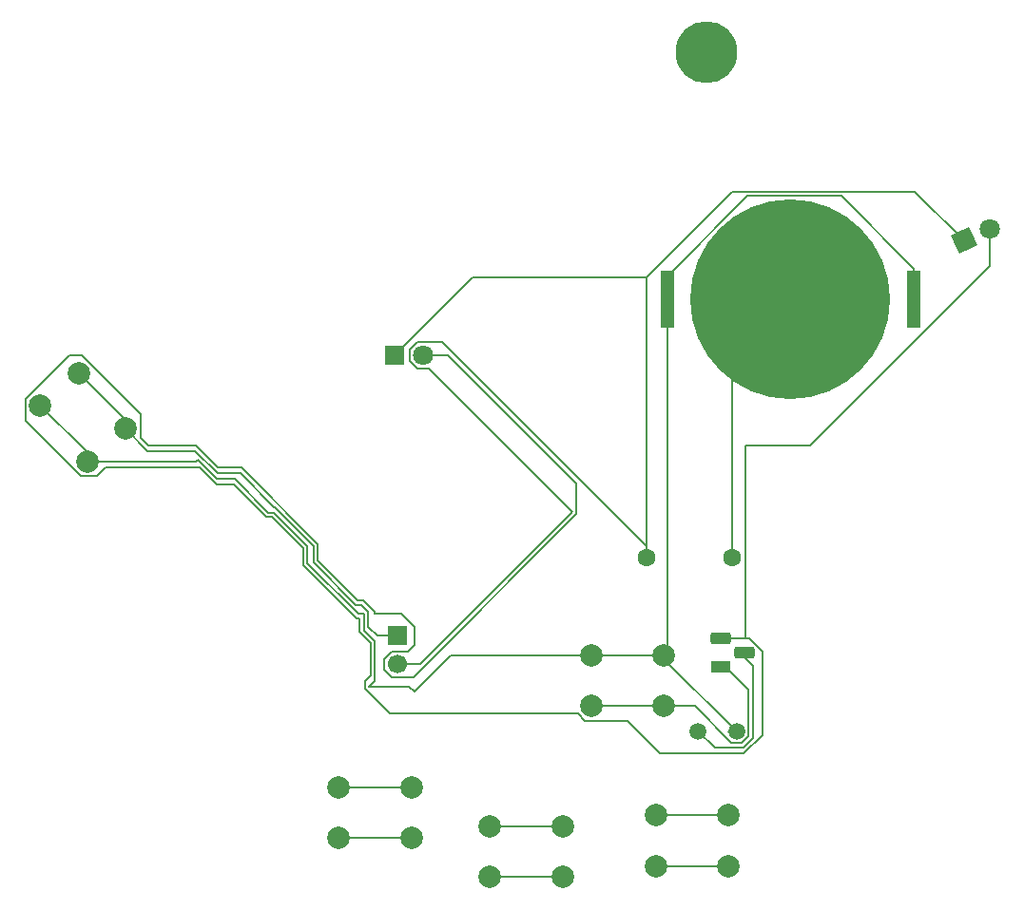
<source format=gbr>
%TF.GenerationSoftware,KiCad,Pcbnew,9.0.2*%
%TF.CreationDate,2025-05-31T16:49:14-04:00*%
%TF.ProjectId,shinx,7368696e-782e-46b6-9963-61645f706362,rev?*%
%TF.SameCoordinates,Original*%
%TF.FileFunction,Copper,L2,Bot*%
%TF.FilePolarity,Positive*%
%FSLAX46Y46*%
G04 Gerber Fmt 4.6, Leading zero omitted, Abs format (unit mm)*
G04 Created by KiCad (PCBNEW 9.0.2) date 2025-05-31 16:49:14*
%MOMM*%
%LPD*%
G01*
G04 APERTURE LIST*
G04 Aperture macros list*
%AMRoundRect*
0 Rectangle with rounded corners*
0 $1 Rounding radius*
0 $2 $3 $4 $5 $6 $7 $8 $9 X,Y pos of 4 corners*
0 Add a 4 corners polygon primitive as box body*
4,1,4,$2,$3,$4,$5,$6,$7,$8,$9,$2,$3,0*
0 Add four circle primitives for the rounded corners*
1,1,$1+$1,$2,$3*
1,1,$1+$1,$4,$5*
1,1,$1+$1,$6,$7*
1,1,$1+$1,$8,$9*
0 Add four rect primitives between the rounded corners*
20,1,$1+$1,$2,$3,$4,$5,0*
20,1,$1+$1,$4,$5,$6,$7,0*
20,1,$1+$1,$6,$7,$8,$9,0*
20,1,$1+$1,$8,$9,$2,$3,0*%
%AMRotRect*
0 Rectangle, with rotation*
0 The origin of the aperture is its center*
0 $1 length*
0 $2 width*
0 $3 Rotation angle, in degrees counterclockwise*
0 Add horizontal line*
21,1,$1,$2,0,0,$3*%
G04 Aperture macros list end*
%TA.AperFunction,ComponentPad*%
%ADD10C,2.000000*%
%TD*%
%TA.AperFunction,ComponentPad*%
%ADD11RotRect,1.800000X1.800000X25.000000*%
%TD*%
%TA.AperFunction,ComponentPad*%
%ADD12C,1.800000*%
%TD*%
%TA.AperFunction,ComponentPad*%
%ADD13R,1.800000X1.800000*%
%TD*%
%TA.AperFunction,ComponentPad*%
%ADD14R,1.800000X1.100000*%
%TD*%
%TA.AperFunction,ComponentPad*%
%ADD15RoundRect,0.275000X0.625000X-0.275000X0.625000X0.275000X-0.625000X0.275000X-0.625000X-0.275000X0*%
%TD*%
%TA.AperFunction,ComponentPad*%
%ADD16C,1.600000*%
%TD*%
%TA.AperFunction,ComponentPad*%
%ADD17R,1.700000X1.700000*%
%TD*%
%TA.AperFunction,ComponentPad*%
%ADD18C,1.700000*%
%TD*%
%TA.AperFunction,SMDPad,CuDef*%
%ADD19R,1.270000X5.080000*%
%TD*%
%TA.AperFunction,SMDPad,CuDef*%
%ADD20C,17.800000*%
%TD*%
%TA.AperFunction,ComponentPad*%
%ADD21C,1.500000*%
%TD*%
%TA.AperFunction,ViaPad*%
%ADD22C,5.500000*%
%TD*%
%TA.AperFunction,Conductor*%
%ADD23C,0.200000*%
%TD*%
G04 APERTURE END LIST*
D10*
%TO.P,SW1,1,1*%
%TO.N,Net-(BT1-+)*%
X157750000Y-112250000D03*
X164250000Y-112250000D03*
%TO.P,SW1,2,2*%
%TO.N,Net-(Q1-C)*%
X157750000Y-116750000D03*
X164250000Y-116750000D03*
%TD*%
D11*
%TO.P,D2,1,K*%
%TO.N,Net-(D1-K)*%
X190960000Y-75270000D03*
D12*
%TO.P,D2,2,A*%
%TO.N,Net-(D1-A)*%
X193262023Y-74196550D03*
%TD*%
D13*
%TO.P,D1,1,K*%
%TO.N,Net-(D1-K)*%
X140225000Y-85500000D03*
D12*
%TO.P,D1,2,A*%
%TO.N,Net-(D1-A)*%
X142765000Y-85500000D03*
%TD*%
D10*
%TO.P,SW2,1,1*%
%TO.N,Net-(BT1-+)*%
X108687340Y-89956628D03*
X112865459Y-94935917D03*
%TO.P,SW2,2,2*%
%TO.N,Net-(M1-+)*%
X112134540Y-87064084D03*
X116312660Y-92043373D03*
%TD*%
D14*
%TO.P,Q1,1,C*%
%TO.N,Net-(Q1-C)*%
X169330000Y-113270000D03*
D15*
%TO.P,Q1,2,B*%
%TO.N,Net-(Q1-B)*%
X171400000Y-112000000D03*
%TO.P,Q1,3,E*%
%TO.N,Net-(D1-A)*%
X169330000Y-110730000D03*
%TD*%
D10*
%TO.P,SW3,1,1*%
%TO.N,unconnected-(SW3-Pad1)*%
X141750000Y-124000000D03*
X135250000Y-124000000D03*
%TO.P,SW3,2,2*%
%TO.N,unconnected-(SW3-Pad2)*%
X141750000Y-128500000D03*
X135250000Y-128500000D03*
%TD*%
%TO.P,SW4,1,1*%
%TO.N,unconnected-(SW4-Pad1)*%
X155250000Y-127500000D03*
X148750000Y-127500000D03*
%TO.P,SW4,2,2*%
%TO.N,unconnected-(SW4-Pad2)*%
X155250000Y-132000000D03*
X148750000Y-132000000D03*
%TD*%
%TO.P,SW5,1,1*%
%TO.N,unconnected-(SW5-Pad1)*%
X170000000Y-126500000D03*
X163500000Y-126500000D03*
%TO.P,SW5,2,2*%
%TO.N,unconnected-(SW5-Pad2)*%
X170000000Y-131000000D03*
X163500000Y-131000000D03*
%TD*%
D16*
%TO.P,R1,1*%
%TO.N,Net-(BT1--)*%
X170310000Y-103500000D03*
%TO.P,R1,2*%
%TO.N,Net-(D1-K)*%
X162690000Y-103500000D03*
%TD*%
D17*
%TO.P,M1,1,+*%
%TO.N,Net-(M1-+)*%
X140500000Y-110500000D03*
D18*
%TO.P,M1,2,-*%
%TO.N,Net-(D1-K)*%
X140500000Y-113040000D03*
%TD*%
D19*
%TO.P,BT1,1,+*%
%TO.N,Net-(BT1-+)*%
X186485000Y-80500000D03*
X164515000Y-80500000D03*
D20*
%TO.P,BT1,2,-*%
%TO.N,Net-(BT1--)*%
X175500000Y-80500000D03*
%TD*%
D21*
%TO.P,R3,1*%
%TO.N,Net-(BT1-+)*%
X170700000Y-119000000D03*
%TO.P,R3,2*%
%TO.N,Net-(Q1-B)*%
X167300000Y-119000000D03*
%TD*%
D22*
%TO.N,*%
X168000000Y-58500000D03*
%TD*%
D23*
%TO.N,Net-(BT1-+)*%
X129500000Y-99500000D02*
X132500000Y-102500000D01*
X138500000Y-111000000D02*
X138500000Y-114500000D01*
X138000000Y-115000000D02*
X141500000Y-115000000D01*
X137500000Y-110000000D02*
X138500000Y-111000000D01*
X137000000Y-108500000D02*
X137500000Y-108500000D01*
X164250000Y-112550000D02*
X170700000Y-119000000D01*
X164515000Y-80500000D02*
X164515000Y-111985000D01*
X138500000Y-114500000D02*
X138000000Y-115000000D01*
X124432900Y-96500000D02*
X126000000Y-96500000D01*
X164515000Y-78472821D02*
X171688821Y-71299000D01*
X171688821Y-71299000D02*
X180024000Y-71299000D01*
X108687340Y-89956628D02*
X112865459Y-94134747D01*
X112865459Y-94134747D02*
X112865459Y-94935917D01*
X132500000Y-104000000D02*
X137000000Y-108500000D01*
X122564083Y-94935917D02*
X122716450Y-94783550D01*
X186485000Y-77760000D02*
X186485000Y-80500000D01*
X157750000Y-112250000D02*
X164250000Y-112250000D01*
X164515000Y-111985000D02*
X164250000Y-112250000D01*
X126000000Y-96500000D02*
X129000000Y-99500000D01*
X180024000Y-71299000D02*
X186485000Y-77760000D01*
X129000000Y-99500000D02*
X129500000Y-99500000D01*
X137500000Y-108500000D02*
X137500000Y-110000000D01*
X132500000Y-102500000D02*
X132500000Y-104000000D01*
X145250000Y-112250000D02*
X157750000Y-112250000D01*
X141500000Y-115000000D02*
X142000000Y-115500000D01*
X170000000Y-119000000D02*
X170700000Y-119000000D01*
X122716450Y-94783550D02*
X124432900Y-96500000D01*
X164515000Y-80500000D02*
X164515000Y-78472821D01*
X164250000Y-112250000D02*
X164250000Y-112550000D01*
X112865459Y-94935917D02*
X122564083Y-94935917D01*
X142000000Y-115500000D02*
X145250000Y-112250000D01*
%TO.N,Net-(D1-K)*%
X141564000Y-85997471D02*
X141564000Y-85002529D01*
X142267529Y-84299000D02*
X144489000Y-84299000D01*
X162690000Y-78548000D02*
X162690000Y-103500000D01*
X142267529Y-86701000D02*
X141564000Y-85997471D01*
X186588000Y-70898000D02*
X170340000Y-70898000D01*
X147177000Y-78548000D02*
X140225000Y-85500000D01*
X170340000Y-70898000D02*
X162690000Y-78548000D01*
X141564000Y-85002529D02*
X142267529Y-84299000D01*
X162690000Y-78548000D02*
X147177000Y-78548000D01*
X162690000Y-102500000D02*
X162690000Y-103500000D01*
X144489000Y-84299000D02*
X162690000Y-102500000D01*
X190960000Y-75270000D02*
X186588000Y-70898000D01*
X142494529Y-113040000D02*
X156048000Y-99486529D01*
X143262471Y-86701000D02*
X142267529Y-86701000D01*
X156048000Y-99486529D02*
X143262471Y-86701000D01*
X140500000Y-113040000D02*
X142494529Y-113040000D01*
%TO.N,Net-(D1-A)*%
X156449000Y-99652629D02*
X141910629Y-114191000D01*
X133434550Y-102300350D02*
X126600650Y-95466450D01*
X171852206Y-110730000D02*
X173000000Y-111877794D01*
X122865800Y-95500000D02*
X124399350Y-97033550D01*
X122567100Y-93500000D02*
X118336387Y-93500000D01*
X138099000Y-111166100D02*
X138099000Y-114000000D01*
X137599000Y-114500000D02*
X137599000Y-115166100D01*
X173000000Y-111877794D02*
X173000000Y-119320539D01*
X124399350Y-97033550D02*
X125966450Y-97033550D01*
X137099000Y-108901000D02*
X137099000Y-110166100D01*
X139852846Y-117419946D02*
X156580054Y-117419946D01*
X142000000Y-109698000D02*
X140802000Y-108500000D01*
X140023240Y-111889000D02*
X141413000Y-111889000D01*
X171320539Y-121000000D02*
X163912923Y-121000000D01*
X114500000Y-95500000D02*
X122865800Y-95500000D01*
X132099000Y-102666100D02*
X132099000Y-104166100D01*
X124533550Y-95466450D02*
X122567100Y-93500000D01*
X156449000Y-96949000D02*
X156449000Y-99652629D01*
X145000000Y-85500000D02*
X156449000Y-96949000D01*
X112326567Y-96236917D02*
X113763083Y-96236917D01*
X137449650Y-107315450D02*
X136949650Y-107315450D01*
X140023240Y-114191000D02*
X139349000Y-113516760D01*
X136833900Y-108901000D02*
X137099000Y-108901000D01*
X160963923Y-118051000D02*
X157211108Y-118051000D01*
X107386340Y-91296690D02*
X112326567Y-96236917D01*
X173000000Y-119320539D02*
X171320539Y-121000000D01*
X169730000Y-110730000D02*
X171500000Y-110730000D01*
X107386340Y-89417736D02*
X107386340Y-91296690D01*
X137099000Y-110166100D02*
X138099000Y-111166100D01*
X129333900Y-99901000D02*
X132099000Y-102666100D01*
X138500000Y-108365800D02*
X137449650Y-107315450D01*
X138099000Y-114000000D02*
X137599000Y-114500000D01*
X171500000Y-93500000D02*
X171500000Y-110730000D01*
X193262023Y-74196550D02*
X193262023Y-77499977D01*
X112394865Y-85484517D02*
X111319559Y-85484517D01*
X138500000Y-108500000D02*
X138500000Y-108365800D01*
X163912923Y-121000000D02*
X160963923Y-118051000D01*
X139349000Y-113516760D02*
X139349000Y-112563240D01*
X137599000Y-115166100D02*
X139852846Y-117419946D01*
X113763083Y-96236917D02*
X114500000Y-95500000D01*
X141910629Y-114191000D02*
X140023240Y-114191000D01*
X133434550Y-103800350D02*
X133434550Y-102300350D01*
X142765000Y-85500000D02*
X145000000Y-85500000D01*
X139349000Y-112563240D02*
X140023240Y-111889000D01*
X140802000Y-108500000D02*
X138500000Y-108500000D01*
X142000000Y-111302000D02*
X142000000Y-109698000D01*
X126600650Y-95466450D02*
X124533550Y-95466450D01*
X156580054Y-117419946D02*
X157211108Y-118051000D01*
X117668193Y-92831806D02*
X117668193Y-90757845D01*
X128833900Y-99901000D02*
X129333900Y-99901000D01*
X193262023Y-77499977D02*
X177262000Y-93500000D01*
X118336387Y-93500000D02*
X117668193Y-92831806D01*
X141413000Y-111889000D02*
X142000000Y-111302000D01*
X111319559Y-85484517D02*
X107386340Y-89417736D01*
X117668193Y-90757845D02*
X112394865Y-85484517D01*
X171500000Y-110730000D02*
X171852206Y-110730000D01*
X177262000Y-93500000D02*
X171500000Y-93500000D01*
X132099000Y-104166100D02*
X136833900Y-108901000D01*
X125966450Y-97033550D02*
X128833900Y-99901000D01*
X136949650Y-107315450D02*
X133434550Y-103800350D01*
%TO.N,Net-(BT1--)*%
X175500000Y-80500000D02*
X175500000Y-89000000D01*
X175500000Y-80500000D02*
X170310000Y-85690000D01*
X170310000Y-85690000D02*
X170310000Y-103500000D01*
%TO.N,Net-(M1-+)*%
X112134540Y-87064084D02*
X116312660Y-91242204D01*
X136783550Y-107716450D02*
X137283550Y-107716450D01*
X118269287Y-94000000D02*
X116312660Y-92043373D01*
X129567100Y-99000000D02*
X133033550Y-102466450D01*
X116312660Y-91242204D02*
X116312660Y-92043373D01*
X124500000Y-96000000D02*
X126500000Y-96000000D01*
X137901000Y-109716450D02*
X138684550Y-110500000D01*
X137901000Y-108333900D02*
X137901000Y-109716450D01*
X137283550Y-107716450D02*
X137901000Y-108333900D01*
X129500000Y-99000000D02*
X129567100Y-99000000D01*
X133033550Y-103966450D02*
X136783550Y-107716450D01*
X126500000Y-96000000D02*
X129500000Y-99000000D01*
X122500000Y-94000000D02*
X118269287Y-94000000D01*
X122500000Y-94000000D02*
X124500000Y-96000000D01*
X133033550Y-102466450D02*
X133033550Y-103966450D01*
X138684550Y-110500000D02*
X140500000Y-110500000D01*
%TO.N,unconnected-(SW3-Pad1)*%
X135250000Y-124000000D02*
X141750000Y-124000000D01*
%TO.N,unconnected-(SW3-Pad2)*%
X135250000Y-128500000D02*
X141750000Y-128500000D01*
%TO.N,unconnected-(SW4-Pad1)*%
X148750000Y-127500000D02*
X155250000Y-127500000D01*
%TO.N,unconnected-(SW4-Pad2)*%
X148750000Y-132000000D02*
X155250000Y-132000000D01*
%TO.N,unconnected-(SW5-Pad2)*%
X163500000Y-131000000D02*
X170000000Y-131000000D01*
%TO.N,unconnected-(SW5-Pad1)*%
X163500000Y-126500000D02*
X170000000Y-126500000D01*
%TO.N,Net-(Q1-B)*%
X172152000Y-113152000D02*
X172152000Y-119601439D01*
X172152000Y-119601439D02*
X171301439Y-120452000D01*
X171301439Y-120452000D02*
X168752000Y-120452000D01*
X171000000Y-112000000D02*
X172152000Y-113152000D01*
X168752000Y-120452000D02*
X167300000Y-119000000D01*
%TO.N,Net-(Q1-C)*%
X171751000Y-119435339D02*
X171751000Y-115291000D01*
X171135339Y-120051000D02*
X171751000Y-119435339D01*
X164250000Y-116750000D02*
X166963661Y-116750000D01*
X157750000Y-116750000D02*
X164250000Y-116750000D01*
X166963661Y-116750000D02*
X170264661Y-120051000D01*
X171751000Y-115291000D02*
X169730000Y-113270000D01*
X170264661Y-120051000D02*
X171135339Y-120051000D01*
%TD*%
M02*

</source>
